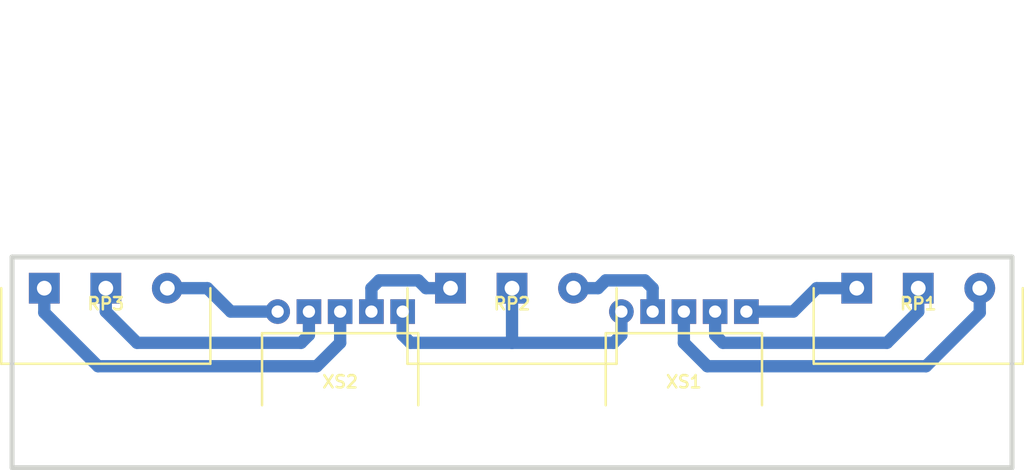
<source format=kicad_pcb>
(kicad_pcb (version 20171130) (host pcbnew 5.1.6-c6e7f7d~87~ubuntu19.10.1)

  (general
    (thickness 1.5)
    (drawings 4)
    (tracks 43)
    (zones 0)
    (modules 5)
    (nets 10)
  )

  (page A4 portrait)
  (title_block
    (title "Potentiometer Board 18 3x17")
    (date 2021-04-30)
    (rev 1A)
    (company "Igor Ivanov")
    (comment 1 https://github.com/Adept666)
    (comment 2 "This project is licensed under GNU General Public License v3.0 or later")
    (comment 3 "Диаметр потенциометров: 16 мм, 17 мм")
    (comment 4 "Расстояние от основной платы до корпуса: 18 мм")
  )

  (layers
    (0 F.Cu jumper)
    (31 B.Cu signal)
    (38 B.Mask user)
    (44 Edge.Cuts user)
    (45 Margin user)
    (46 B.CrtYd user)
    (47 F.CrtYd user)
    (49 F.Fab user)
  )

  (setup
    (last_trace_width 1)
    (user_trace_width 0.6)
    (trace_clearance 0)
    (zone_clearance 0.6)
    (zone_45_only no)
    (trace_min 0.2)
    (via_size 2)
    (via_drill 1)
    (via_min_size 0.4)
    (via_min_drill 0.3)
    (uvia_size 0.3)
    (uvia_drill 0.1)
    (uvias_allowed no)
    (uvia_min_size 0)
    (uvia_min_drill 0)
    (edge_width 0.4)
    (segment_width 0.2)
    (pcb_text_width 0.3)
    (pcb_text_size 1.5 1.5)
    (mod_edge_width 0.15)
    (mod_text_size 1 1)
    (mod_text_width 0.15)
    (pad_size 1.6 1.8)
    (pad_drill 0)
    (pad_to_mask_clearance 0.2)
    (solder_mask_min_width 0.1)
    (aux_axis_origin 0 0)
    (visible_elements 7FFFFFFF)
    (pcbplotparams
      (layerselection 0x20000_7ffffffe)
      (usegerberextensions false)
      (usegerberattributes false)
      (usegerberadvancedattributes false)
      (creategerberjobfile false)
      (excludeedgelayer false)
      (linewidth 0.100000)
      (plotframeref true)
      (viasonmask false)
      (mode 1)
      (useauxorigin false)
      (hpglpennumber 1)
      (hpglpenspeed 20)
      (hpglpendiameter 15.000000)
      (psnegative false)
      (psa4output false)
      (plotreference false)
      (plotvalue true)
      (plotinvisibletext false)
      (padsonsilk true)
      (subtractmaskfromsilk false)
      (outputformat 4)
      (mirror false)
      (drillshape 0)
      (scaleselection 1)
      (outputdirectory ""))
  )

  (net 0 "")
  (net 1 "Net-(RP1-Pad3)")
  (net 2 "Net-(RP1-Pad1)")
  (net 3 "Net-(RP1-Pad2)")
  (net 4 "Net-(RP2-Pad3)")
  (net 5 "Net-(RP2-Pad1)")
  (net 6 "Net-(RP2-Pad2)")
  (net 7 "Net-(RP3-Pad3)")
  (net 8 "Net-(RP3-Pad1)")
  (net 9 "Net-(RP3-Pad2)")

  (net_class Default "This is the default net class."
    (clearance 0)
    (trace_width 1)
    (via_dia 2)
    (via_drill 1)
    (uvia_dia 0.3)
    (uvia_drill 0.1)
    (add_net "Net-(RP1-Pad1)")
    (add_net "Net-(RP1-Pad2)")
    (add_net "Net-(RP1-Pad3)")
    (add_net "Net-(RP2-Pad1)")
    (add_net "Net-(RP2-Pad2)")
    (add_net "Net-(RP2-Pad3)")
    (add_net "Net-(RP3-Pad1)")
    (add_net "Net-(RP3-Pad2)")
    (add_net "Net-(RP3-Pad3)")
  )

  (module KCL:CON-PBS-05R (layer F.Cu) (tedit 5E63615D) (tstamp 6083D2A8)
    (at 119.38 144.78)
    (path /60031E05)
    (fp_text reference XS1 (at 0 5.715) (layer F.SilkS)
      (effects (font (size 1 1) (thickness 0.2)))
    )
    (fp_text value PBS-05R (at 0 5.715) (layer F.Fab)
      (effects (font (size 1 1) (thickness 0.2)))
    )
    (fp_line (start 6.35 1.76) (end 6.35 10.16) (layer F.Fab) (width 0.2))
    (fp_line (start -6.35 1.76) (end -6.35 10.16) (layer F.Fab) (width 0.2))
    (fp_line (start -6.35 10.16) (end 6.35 10.16) (layer F.Fab) (width 0.2))
    (fp_line (start -6.35 1.76) (end 6.35 1.76) (layer F.Fab) (width 0.2))
    (fp_line (start -6.35 1.76) (end 6.35 1.76) (layer F.SilkS) (width 0.2))
    (fp_line (start -6.35 1.76) (end -6.35 7.62) (layer F.SilkS) (width 0.2))
    (fp_line (start 6.35 1.76) (end 6.35 7.62) (layer F.SilkS) (width 0.2))
    (fp_line (start -6.35 -0.5) (end 6.35 -0.5) (layer F.CrtYd) (width 0.1))
    (fp_line (start -6.35 10.16) (end 6.35 10.16) (layer F.CrtYd) (width 0.1))
    (fp_line (start -6.35 -0.5) (end -6.35 10.16) (layer F.CrtYd) (width 0.1))
    (fp_line (start 6.35 -0.5) (end 6.35 10.16) (layer F.CrtYd) (width 0.1))
    (pad 5 thru_hole rect (at 5.08 0) (size 2 2) (drill 1) (layers *.Cu *.Mask)
      (net 1 "Net-(RP1-Pad3)"))
    (pad 4 thru_hole rect (at 2.54 0) (size 2 2) (drill 1) (layers *.Cu *.Mask)
      (net 3 "Net-(RP1-Pad2)"))
    (pad 1 thru_hole circle (at -5.08 0) (size 2 2) (drill 1) (layers *.Cu *.Mask)
      (net 6 "Net-(RP2-Pad2)"))
    (pad 2 thru_hole rect (at -2.54 0) (size 2 2) (drill 1) (layers *.Cu *.Mask)
      (net 5 "Net-(RP2-Pad1)"))
    (pad 3 thru_hole rect (at 0 0) (size 2 2) (drill 1) (layers *.Cu *.Mask)
      (net 2 "Net-(RP1-Pad1)"))
  )

  (module KCL:RP-PDB181-K-20-P (layer F.Cu) (tedit 60030E39) (tstamp 608AEE6A)
    (at 138.43 142.875 180)
    (path /60859B26)
    (fp_text reference RP1 (at 0 -1.27) (layer F.SilkS)
      (effects (font (size 1 1) (thickness 0.2)))
    )
    (fp_text value "RP1: 16/17" (at 0 -1.27) (layer F.Fab)
      (effects (font (size 1 1) (thickness 0.2)))
    )
    (fp_line (start -8.5 -6.15) (end 8.5 -6.15) (layer F.Fab) (width 0.2))
    (fp_line (start -8.5 3.35) (end 8.5 3.35) (layer F.Fab) (width 0.2))
    (fp_line (start -3 23.35) (end 3 23.35) (layer F.Fab) (width 0.2))
    (fp_line (start -8.5 -6.15) (end -8.5 3.35) (layer F.Fab) (width 0.2))
    (fp_line (start 8.5 -6.15) (end 8.5 3.35) (layer F.Fab) (width 0.2))
    (fp_line (start -3.5 3.35) (end -3.5 9.85) (layer F.Fab) (width 0.2))
    (fp_line (start 3.5 3.35) (end 3.5 9.85) (layer F.Fab) (width 0.2))
    (fp_line (start -3 9.85) (end -3 23.35) (layer F.Fab) (width 0.2))
    (fp_line (start 3 9.85) (end 3 23.35) (layer F.Fab) (width 0.2))
    (fp_line (start -3.5 9.85) (end 3.5 9.85) (layer F.Fab) (width 0.2))
    (fp_line (start -8.5 -6.15) (end 8.5 -6.15) (layer F.SilkS) (width 0.2))
    (fp_line (start -8.5 -6.15) (end -8.5 0) (layer F.SilkS) (width 0.2))
    (fp_line (start 8.5 -6.15) (end 8.5 0) (layer F.SilkS) (width 0.2))
    (fp_line (start -8.5 -6.15) (end 8.5 -6.15) (layer F.CrtYd) (width 0.1))
    (fp_line (start -8.5 23.35) (end 8.5 23.35) (layer F.CrtYd) (width 0.1))
    (fp_line (start -8.5 -6.15) (end -8.5 23.35) (layer F.CrtYd) (width 0.1))
    (fp_line (start 8.5 -6.15) (end 8.5 23.35) (layer F.CrtYd) (width 0.1))
    (fp_line (start -8.5 5.35) (end -7.366 5.35) (layer F.Fab) (width 0.2))
    (fp_line (start -8.5 3.35) (end -8.5 5.35) (layer F.Fab) (width 0.2))
    (fp_line (start -7.3 3.35) (end -7.3 5.35) (layer F.Fab) (width 0.2))
    (pad 3 thru_hole rect (at 5 0 180) (size 2.5 2.5) (drill 1.2) (layers B.Cu B.Mask)
      (net 1 "Net-(RP1-Pad3)"))
    (pad 1 thru_hole circle (at -5 0 180) (size 2.5 2.5) (drill 1.2) (layers B.Cu B.Mask)
      (net 2 "Net-(RP1-Pad1)"))
    (pad 2 thru_hole rect (at 0 0 180) (size 2.5 2.5) (drill 1.2) (layers B.Cu B.Mask)
      (net 3 "Net-(RP1-Pad2)"))
  )

  (module KCL:RP-PDB181-K-20-P (layer F.Cu) (tedit 60030E39) (tstamp 608AEDE7)
    (at 72.39 142.875 180)
    (path /60857FB0)
    (fp_text reference RP3 (at 0 -1.27) (layer F.SilkS)
      (effects (font (size 1 1) (thickness 0.2)))
    )
    (fp_text value "RP3: 16/17" (at 0 -1.27) (layer F.Fab)
      (effects (font (size 1 1) (thickness 0.2)))
    )
    (fp_line (start -8.5 -6.15) (end 8.5 -6.15) (layer F.Fab) (width 0.2))
    (fp_line (start -8.5 3.35) (end 8.5 3.35) (layer F.Fab) (width 0.2))
    (fp_line (start -3 23.35) (end 3 23.35) (layer F.Fab) (width 0.2))
    (fp_line (start -8.5 -6.15) (end -8.5 3.35) (layer F.Fab) (width 0.2))
    (fp_line (start 8.5 -6.15) (end 8.5 3.35) (layer F.Fab) (width 0.2))
    (fp_line (start -3.5 3.35) (end -3.5 9.85) (layer F.Fab) (width 0.2))
    (fp_line (start 3.5 3.35) (end 3.5 9.85) (layer F.Fab) (width 0.2))
    (fp_line (start -3 9.85) (end -3 23.35) (layer F.Fab) (width 0.2))
    (fp_line (start 3 9.85) (end 3 23.35) (layer F.Fab) (width 0.2))
    (fp_line (start -3.5 9.85) (end 3.5 9.85) (layer F.Fab) (width 0.2))
    (fp_line (start -8.5 -6.15) (end 8.5 -6.15) (layer F.SilkS) (width 0.2))
    (fp_line (start -8.5 -6.15) (end -8.5 0) (layer F.SilkS) (width 0.2))
    (fp_line (start 8.5 -6.15) (end 8.5 0) (layer F.SilkS) (width 0.2))
    (fp_line (start -8.5 -6.15) (end 8.5 -6.15) (layer F.CrtYd) (width 0.1))
    (fp_line (start -8.5 23.35) (end 8.5 23.35) (layer F.CrtYd) (width 0.1))
    (fp_line (start -8.5 -6.15) (end -8.5 23.35) (layer F.CrtYd) (width 0.1))
    (fp_line (start 8.5 -6.15) (end 8.5 23.35) (layer F.CrtYd) (width 0.1))
    (fp_line (start -8.5 5.35) (end -7.366 5.35) (layer F.Fab) (width 0.2))
    (fp_line (start -8.5 3.35) (end -8.5 5.35) (layer F.Fab) (width 0.2))
    (fp_line (start -7.3 3.35) (end -7.3 5.35) (layer F.Fab) (width 0.2))
    (pad 3 thru_hole rect (at 5 0 180) (size 2.5 2.5) (drill 1.2) (layers B.Cu B.Mask)
      (net 7 "Net-(RP3-Pad3)"))
    (pad 1 thru_hole circle (at -5 0 180) (size 2.5 2.5) (drill 1.2) (layers B.Cu B.Mask)
      (net 8 "Net-(RP3-Pad1)"))
    (pad 2 thru_hole rect (at 0 0 180) (size 2.5 2.5) (drill 1.2) (layers B.Cu B.Mask)
      (net 9 "Net-(RP3-Pad2)"))
  )

  (module KCL:CON-PBS-05R (layer F.Cu) (tedit 5E63615D) (tstamp 60031F53)
    (at 91.44 144.78)
    (path /600A2C72)
    (fp_text reference XS2 (at 0 5.715) (layer F.SilkS)
      (effects (font (size 1 1) (thickness 0.2)))
    )
    (fp_text value PBS-05R (at 0 5.715) (layer F.Fab)
      (effects (font (size 1 1) (thickness 0.2)))
    )
    (fp_line (start 6.35 1.76) (end 6.35 10.16) (layer F.Fab) (width 0.2))
    (fp_line (start -6.35 1.76) (end -6.35 10.16) (layer F.Fab) (width 0.2))
    (fp_line (start -6.35 10.16) (end 6.35 10.16) (layer F.Fab) (width 0.2))
    (fp_line (start -6.35 1.76) (end 6.35 1.76) (layer F.Fab) (width 0.2))
    (fp_line (start -6.35 1.76) (end 6.35 1.76) (layer F.SilkS) (width 0.2))
    (fp_line (start -6.35 1.76) (end -6.35 7.62) (layer F.SilkS) (width 0.2))
    (fp_line (start 6.35 1.76) (end 6.35 7.62) (layer F.SilkS) (width 0.2))
    (fp_line (start -6.35 -0.5) (end 6.35 -0.5) (layer F.CrtYd) (width 0.1))
    (fp_line (start -6.35 10.16) (end 6.35 10.16) (layer F.CrtYd) (width 0.1))
    (fp_line (start -6.35 -0.5) (end -6.35 10.16) (layer F.CrtYd) (width 0.1))
    (fp_line (start 6.35 -0.5) (end 6.35 10.16) (layer F.CrtYd) (width 0.1))
    (pad 5 thru_hole rect (at 5.08 0) (size 2 2) (drill 1) (layers *.Cu *.Mask)
      (net 6 "Net-(RP2-Pad2)"))
    (pad 4 thru_hole rect (at 2.54 0) (size 2 2) (drill 1) (layers *.Cu *.Mask)
      (net 4 "Net-(RP2-Pad3)"))
    (pad 1 thru_hole circle (at -5.08 0) (size 2 2) (drill 1) (layers *.Cu *.Mask)
      (net 8 "Net-(RP3-Pad1)"))
    (pad 2 thru_hole rect (at -2.54 0) (size 2 2) (drill 1) (layers *.Cu *.Mask)
      (net 9 "Net-(RP3-Pad2)"))
    (pad 3 thru_hole rect (at 0 0) (size 2 2) (drill 1) (layers *.Cu *.Mask)
      (net 7 "Net-(RP3-Pad3)"))
  )

  (module KCL:RP-PDB181-K-20-P (layer F.Cu) (tedit 60030E39) (tstamp 5FE6D9E5)
    (at 105.41 142.875 180)
    (path /5FE7A122)
    (fp_text reference RP2 (at 0 -1.27) (layer F.SilkS)
      (effects (font (size 1 1) (thickness 0.2)))
    )
    (fp_text value "RP2: 16/17" (at 0 -1.27) (layer F.Fab)
      (effects (font (size 1 1) (thickness 0.2)))
    )
    (fp_line (start -7.3 3.35) (end -7.3 5.35) (layer F.Fab) (width 0.2))
    (fp_line (start -8.5 3.35) (end -8.5 5.35) (layer F.Fab) (width 0.2))
    (fp_line (start -8.5 5.35) (end -7.366 5.35) (layer F.Fab) (width 0.2))
    (fp_line (start 8.5 -6.15) (end 8.5 23.35) (layer F.CrtYd) (width 0.1))
    (fp_line (start -8.5 -6.15) (end -8.5 23.35) (layer F.CrtYd) (width 0.1))
    (fp_line (start -8.5 23.35) (end 8.5 23.35) (layer F.CrtYd) (width 0.1))
    (fp_line (start -8.5 -6.15) (end 8.5 -6.15) (layer F.CrtYd) (width 0.1))
    (fp_line (start 8.5 -6.15) (end 8.5 0) (layer F.SilkS) (width 0.2))
    (fp_line (start -8.5 -6.15) (end -8.5 0) (layer F.SilkS) (width 0.2))
    (fp_line (start -8.5 -6.15) (end 8.5 -6.15) (layer F.SilkS) (width 0.2))
    (fp_line (start -3.5 9.85) (end 3.5 9.85) (layer F.Fab) (width 0.2))
    (fp_line (start 3 9.85) (end 3 23.35) (layer F.Fab) (width 0.2))
    (fp_line (start -3 9.85) (end -3 23.35) (layer F.Fab) (width 0.2))
    (fp_line (start 3.5 3.35) (end 3.5 9.85) (layer F.Fab) (width 0.2))
    (fp_line (start -3.5 3.35) (end -3.5 9.85) (layer F.Fab) (width 0.2))
    (fp_line (start 8.5 -6.15) (end 8.5 3.35) (layer F.Fab) (width 0.2))
    (fp_line (start -8.5 -6.15) (end -8.5 3.35) (layer F.Fab) (width 0.2))
    (fp_line (start -3 23.35) (end 3 23.35) (layer F.Fab) (width 0.2))
    (fp_line (start -8.5 3.35) (end 8.5 3.35) (layer F.Fab) (width 0.2))
    (fp_line (start -8.5 -6.15) (end 8.5 -6.15) (layer F.Fab) (width 0.2))
    (pad 3 thru_hole rect (at 5 0 180) (size 2.5 2.5) (drill 1.2) (layers B.Cu B.Mask)
      (net 4 "Net-(RP2-Pad3)"))
    (pad 1 thru_hole circle (at -5 0 180) (size 2.5 2.5) (drill 1.2) (layers B.Cu B.Mask)
      (net 5 "Net-(RP2-Pad1)"))
    (pad 2 thru_hole rect (at 0 0 180) (size 2.5 2.5) (drill 1.2) (layers B.Cu B.Mask)
      (net 6 "Net-(RP2-Pad2)"))
  )

  (gr_line (start 146.05 140.335) (end 146.05 157.48) (layer Edge.Cuts) (width 0.4) (tstamp 5FE6F872))
  (gr_line (start 64.77 140.335) (end 64.77 157.48) (layer Edge.Cuts) (width 0.4) (tstamp 5FE6F872))
  (gr_line (start 64.77 157.48) (end 146.05 157.48) (layer Edge.Cuts) (width 0.4) (tstamp 5FE6FAB1))
  (gr_line (start 64.77 140.335) (end 146.05 140.335) (layer Edge.Cuts) (width 0.4) (tstamp 5FE6F86E))

  (segment (start 133.43 142.875) (end 130.175 142.875) (width 1) (layer B.Cu) (net 1))
  (segment (start 130.175 142.875) (end 128.27 144.78) (width 1) (layer B.Cu) (net 1))
  (segment (start 128.27 144.78) (end 124.46 144.78) (width 1) (layer B.Cu) (net 1))
  (segment (start 143.43 142.875) (end 143.43 144.86) (width 1) (layer B.Cu) (net 2))
  (segment (start 143.43 144.86) (end 139.065 149.225) (width 1) (layer B.Cu) (net 2))
  (segment (start 119.38 147.32) (end 119.38 144.78) (width 1) (layer B.Cu) (net 2))
  (segment (start 139.065 149.225) (end 121.285 149.225) (width 1) (layer B.Cu) (net 2))
  (segment (start 121.285 149.225) (end 119.38 147.32) (width 1) (layer B.Cu) (net 2))
  (segment (start 138.43 142.875) (end 138.43 144.78) (width 1) (layer B.Cu) (net 3))
  (segment (start 138.43 144.78) (end 135.89 147.32) (width 1) (layer B.Cu) (net 3))
  (segment (start 121.92 146.685) (end 121.92 144.78) (width 1) (layer B.Cu) (net 3))
  (segment (start 135.89 147.32) (end 122.555 147.32) (width 1) (layer B.Cu) (net 3))
  (segment (start 122.555 147.32) (end 121.92 146.685) (width 1) (layer B.Cu) (net 3))
  (segment (start 93.98 142.875) (end 93.98 144.78) (width 1) (layer B.Cu) (net 4))
  (segment (start 97.79 142.24) (end 94.615 142.24) (width 1) (layer B.Cu) (net 4))
  (segment (start 100.41 142.875) (end 98.425 142.875) (width 1) (layer B.Cu) (net 4))
  (segment (start 94.615 142.24) (end 93.98 142.875) (width 1) (layer B.Cu) (net 4))
  (segment (start 98.425 142.875) (end 97.79 142.24) (width 1) (layer B.Cu) (net 4))
  (segment (start 110.41 142.875) (end 112.395 142.875) (width 1) (layer B.Cu) (net 5))
  (segment (start 112.395 142.875) (end 113.03 142.24) (width 1) (layer B.Cu) (net 5))
  (segment (start 113.03 142.24) (end 116.205 142.24) (width 1) (layer B.Cu) (net 5))
  (segment (start 116.205 142.24) (end 116.84 142.875) (width 1) (layer B.Cu) (net 5))
  (segment (start 116.84 142.875) (end 116.84 144.78) (width 1) (layer B.Cu) (net 5))
  (segment (start 96.52 144.78) (end 96.52 146.685) (width 1) (layer B.Cu) (net 6))
  (segment (start 96.52 146.685) (end 97.155 147.32) (width 1) (layer B.Cu) (net 6))
  (segment (start 114.3 144.78) (end 114.3 146.685) (width 1) (layer B.Cu) (net 6))
  (segment (start 114.3 146.685) (end 113.665 147.32) (width 1) (layer B.Cu) (net 6))
  (segment (start 105.41 142.875) (end 105.41 147.32) (width 1) (layer B.Cu) (net 6))
  (segment (start 97.155 147.32) (end 105.41 147.32) (width 1) (layer B.Cu) (net 6))
  (segment (start 113.665 147.32) (end 105.41 147.32) (width 1) (layer B.Cu) (net 6))
  (segment (start 67.39 142.875) (end 67.39 144.86) (width 1) (layer B.Cu) (net 7))
  (segment (start 67.39 144.86) (end 71.755 149.225) (width 1) (layer B.Cu) (net 7))
  (segment (start 91.44 147.32) (end 91.44 144.78) (width 1) (layer B.Cu) (net 7))
  (segment (start 71.755 149.225) (end 89.535 149.225) (width 1) (layer B.Cu) (net 7))
  (segment (start 89.535 149.225) (end 91.44 147.32) (width 1) (layer B.Cu) (net 7))
  (segment (start 77.39 142.875) (end 80.645 142.875) (width 1) (layer B.Cu) (net 8))
  (segment (start 80.645 142.875) (end 82.55 144.78) (width 1) (layer B.Cu) (net 8))
  (segment (start 82.55 144.78) (end 86.36 144.78) (width 1) (layer B.Cu) (net 8))
  (segment (start 72.39 144.78) (end 74.93 147.32) (width 1) (layer B.Cu) (net 9))
  (segment (start 72.39 142.875) (end 72.39 144.78) (width 1) (layer B.Cu) (net 9))
  (segment (start 88.9 146.685) (end 88.9 144.78) (width 1) (layer B.Cu) (net 9))
  (segment (start 74.93 147.32) (end 88.265 147.32) (width 1) (layer B.Cu) (net 9))
  (segment (start 88.265 147.32) (end 88.9 146.685) (width 1) (layer B.Cu) (net 9))

)

</source>
